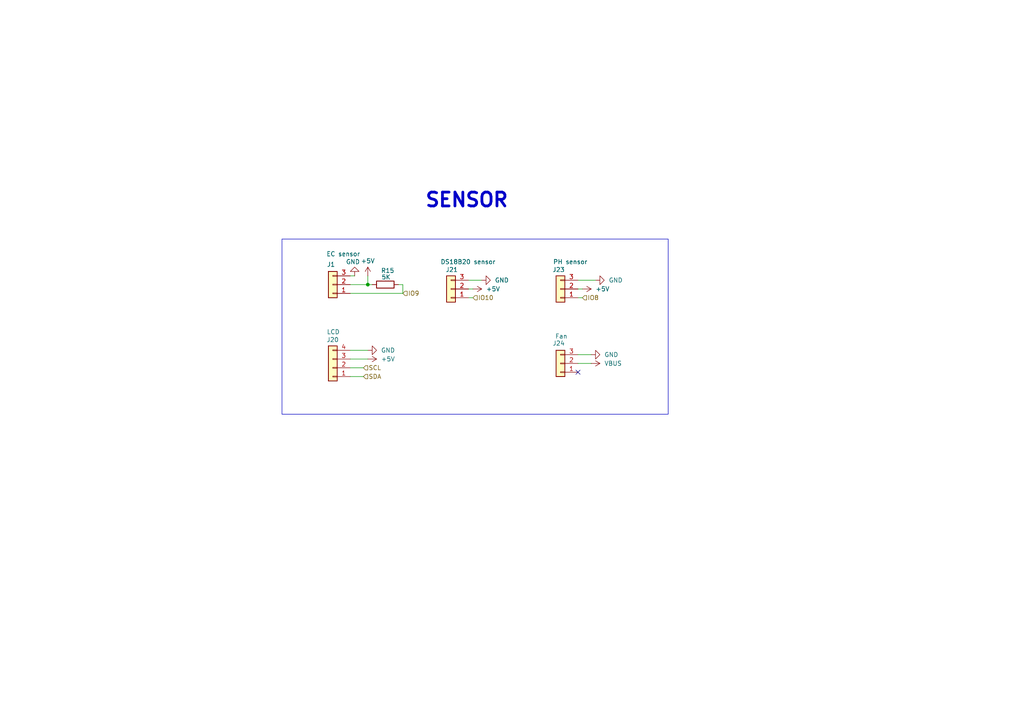
<source format=kicad_sch>
(kicad_sch (version 20231120) (generator "eeschema") (generator_version "8.0")
  (paper "A4")
  (lib_symbols
    (symbol "+5V_1" (power) (pin_numbers hide) (pin_names (offset 0) hide)
      (property "Value" "+5V" (at 0 3.556 0))
      (symbol "+5V_1_0_1"
        (polyline (pts (xy -0.762 1.27) (xy 0 2.54)))
        (polyline (pts (xy 0 0) (xy 0 2.54)))
        (polyline (pts (xy 0 2.54) (xy 0.762 1.27)))
      )
      (symbol "+5V_1_1_1"
        (pin power_in line (at 0 0 90) (length 0) (name "~") (number "1"))
      )
    )
    (symbol "Connector_Generic:Conn_01x03" (pin_names (offset 1.016) hide)
      (property "Reference" "J" (at 0 5.08 0))
      (property "Value" "Conn_01x03" (at 0 -5.08 0))
      (symbol "Conn_01x03_1_1"
        (rectangle (start -1.27 -2.413) (end 0 -2.667) (stroke (width 0.1524)))
        (rectangle (start -1.27 0.127) (end 0 -0.127) (stroke (width 0.1524)))
        (rectangle (start -1.27 2.667) (end 0 2.413) (stroke (width 0.1524)))
        (rectangle (start -1.27 3.81) (end 1.27 -3.81) (stroke (width 0.254)) (fill (type background)))
        (pin passive line (at -5.08 2.54 0) (length 3.81) (name "Pin_1") (number "1"))
        (pin passive line (at -5.08 0 0) (length 3.81) (name "Pin_2") (number "2"))
        (pin passive line (at -5.08 -2.54 0) (length 3.81) (name "Pin_3") (number "3"))
      )
    )
    (symbol "Connector_Generic:Conn_01x04" (pin_names (offset 1.016) hide)
      (property "Reference" "J" (at 0 5.08 0))
      (property "Value" "Conn_01x04" (at 0 -7.62 0))
      (symbol "Conn_01x04_1_1"
        (rectangle (start -1.27 -4.953) (end 0 -5.207) (stroke (width 0.1524)))
        (rectangle (start -1.27 -2.413) (end 0 -2.667) (stroke (width 0.1524)))
        (rectangle (start -1.27 0.127) (end 0 -0.127) (stroke (width 0.1524)))
        (rectangle (start -1.27 2.667) (end 0 2.413) (stroke (width 0.1524)))
        (rectangle (start -1.27 3.81) (end 1.27 -6.35) (stroke (width 0.254)) (fill (type background)))
        (pin passive line (at -5.08 2.54 0) (length 3.81) (name "Pin_1") (number "1"))
        (pin passive line (at -5.08 0 0) (length 3.81) (name "Pin_2") (number "2"))
        (pin passive line (at -5.08 -2.54 0) (length 3.81) (name "Pin_3") (number "3"))
        (pin passive line (at -5.08 -5.08 0) (length 3.81) (name "Pin_4") (number "4"))
      )
    )
    (symbol "Device:R" (pin_numbers hide) (pin_names (offset 0))
      (property "Reference" "R" (at 2.032 0 90))
      (property "Value" "R" (at 0 0 90))
      (symbol "R_0_1"
        (rectangle (start -1.016 -2.54) (end 1.016 2.54) (stroke (width 0.254)))
      )
      (symbol "R_1_1"
        (pin passive line (at 0 3.81 270) (length 1.27) (name "~") (number "1"))
        (pin passive line (at 0 -3.81 90) (length 1.27) (name "~") (number "2"))
      )
    )
    (symbol "power:+5V" (power) (pin_names (offset 0))
      (property "Value" "+5V" (at 0 3.556 0))
      (symbol "+5V_0_1"
        (polyline (pts (xy -0.762 1.27) (xy 0 2.54)))
        (polyline (pts (xy 0 0) (xy 0 2.54)))
        (polyline (pts (xy 0 2.54) (xy 0.762 1.27)))
      )
      (symbol "+5V_1_1"
        (pin power_in line (at 0 0 90) (length 0) hide (name "+5V") (number "1"))
      )
    )
    (symbol "power:GND" (power) (pin_numbers hide) (pin_names (offset 0) hide)
      (property "Value" "GND" (at 0 -3.81 0))
      (symbol "GND_0_1"
        (polyline (pts (xy 0 0) (xy 0 -1.27) (xy 1.27 -1.27) (xy 0 -2.54) (xy -1.27 -1.27) (xy 0 -1.27)))
      )
      (symbol "GND_1_1"
        (pin power_in line (at 0 0 270) (length 0) (name "~") (number "1"))
      )
    )
    (symbol "power:VBUS" (power) (pin_numbers hide) (pin_names (offset 0) hide)
      (property "Value" "VBUS" (at 0 3.556 0))
      (symbol "VBUS_0_1"
        (polyline (pts (xy -0.762 1.27) (xy 0 2.54)))
        (polyline (pts (xy 0 0) (xy 0 2.54)))
        (polyline (pts (xy 0 2.54) (xy 0.762 1.27)))
      )
      (symbol "VBUS_1_1"
        (pin power_in line (at 0 0 90) (length 0) (name "~") (number "1"))
      )
    )
  )
  (junction (at 106.68 82.55))
  (no_connect (at 167.64 107.95))
  (wire (pts (xy 101.6 80.01) (xy 102.87 80.01)))
  (wire (pts (xy 167.64 81.28) (xy 172.72 81.28)))
  (wire (pts (xy 168.91 86.36) (xy 167.64 86.36)))
  (wire (pts (xy 116.84 82.55) (xy 116.84 85.09)))
  (wire (pts (xy 167.64 105.41) (xy 171.45 105.41)))
  (wire (pts (xy 106.68 82.55) (xy 106.68 80.01)))
  (wire (pts (xy 168.91 83.82) (xy 167.64 83.82)))
  (wire (pts (xy 101.6 109.22) (xy 105.41 109.22)))
  (wire (pts (xy 101.6 104.14) (xy 106.68 104.14)))
  (wire (pts (xy 137.16 86.36) (xy 135.89 86.36)))
  (wire (pts (xy 101.6 85.09) (xy 116.84 85.09)))
  (wire (pts (xy 137.16 83.82) (xy 135.89 83.82)))
  (wire (pts (xy 101.6 101.6) (xy 106.68 101.6)))
  (wire (pts (xy 101.6 82.55) (xy 106.68 82.55)))
  (wire (pts (xy 106.68 82.55) (xy 107.95 82.55)))
  (wire (pts (xy 167.64 102.87) (xy 171.45 102.87)))
  (wire (pts (xy 135.89 81.28) (xy 139.7 81.28)))
  (wire (pts (xy 116.84 82.55) (xy 115.57 82.55)))
  (wire (pts (xy 101.6 106.68) (xy 105.41 106.68)))
  (rectangle (start 81.788 69.342) (end 193.802 120.142))
  (text "SENSOR" (at 135.382 58.166 0) (effects (font (size 4 4) (thickness 0.8) (bold yes))))
  (hierarchical_label "IO8" (shape input) (at 168.91 86.36 0))
  (hierarchical_label "IO9" (shape input) (at 116.84 85.09 0))
  (hierarchical_label "SCL" (shape input) (at 105.41 106.68 0))
  (hierarchical_label "SDA" (shape input) (at 105.41 109.22 0))
  (hierarchical_label "IO10" (shape input) (at 137.16 86.36 0))
  (symbol (lib_id "power:+5V") (at 137.16 83.82 270) (unit 1)
    (property "Reference" "#PWR064" (effects (hide yes)))
    (property "Value" "+5V" (at 140.97 83.82 90) (effects (justify left)))
  )
  (symbol (lib_id "Device:R") (at 111.76 82.55 270) (unit 1)
    (property "Reference" "R15" (at 110.49 78.486 90) (effects (justify left)))
    (property "Value" "5K" (at 110.617 80.3911 90) (effects (justify left)))
    (property "Footprint" "Resistor_SMD:R_0603_1608Metric" (effects (hide yes)))
    (property "Description" "Resistor" (effects (hide yes)))
  )
  (symbol (lib_id "power:+5V") (at 168.91 83.82 270) (unit 1)
    (property "Reference" "#PWR068" (effects (hide yes)))
    (property "Value" "+5V" (at 172.72 83.82 90) (effects (justify left)))
  )
  (symbol (lib_id "power:GND") (at 139.7 81.28 90) (unit 1)
    (property "Reference" "#PWR066" (effects (hide yes)))
    (property "Value" "GND" (at 143.51 81.2799 90) (effects (justify right)))
    (property "Description" "Power symbol creates a global label with name \"GND\" , ground" (effects (hide yes)))
  )
  (symbol (lib_id "Connector_Generic:Conn_01x03") (at 162.56 83.82 180) (unit 1)
    (property "Reference" "J23" (at 163.83 78.232 0) (effects (justify left)))
    (property "Value" "PH sensor" (at 170.434 75.946 0) (effects (justify left)))
    (property "Footprint" "Connector_JST:JST_XH_B3B-XH-A_1x03_P2.50mm_Vertical" (effects (hide yes)))
  )
  (symbol (lib_id "power:GND") (at 102.87 80.01 180) (unit 1)
    (property "Reference" "#PWR061" (effects (hide yes)))
    (property "Value" "GND" (at 102.362 75.946 0))
    (property "Description" "Power symbol creates a global label with name \"GND\" , ground" (effects (hide yes)))
  )
  (symbol (lib_id "power:GND") (at 171.45 102.87 90) (unit 1)
    (property "Reference" "#PWR069" (effects (hide yes)))
    (property "Value" "GND" (at 175.26 102.8699 90) (effects (justify right)))
    (property "Description" "Power symbol creates a global label with name \"GND\" , ground" (effects (hide yes)))
  )
  (symbol (lib_id "Connector_Generic:Conn_01x03") (at 162.56 105.41 180) (unit 1)
    (property "Reference" "J24" (at 162.052 99.568 0))
    (property "Value" "Fan" (at 162.814 97.536 0))
    (property "Footprint" "Connector_JST:JST_XH_B3B-XH-A_1x03_P2.50mm_Vertical" (effects (hide yes)))
  )
  (symbol (lib_id "Connector_Generic:Conn_01x03") (at 96.52 82.55 180) (unit 1)
    (property "Reference" "J1" (at 96.012 76.708 0))
    (property "Value" "EC sensor" (at 99.568 73.66 0))
    (property "Footprint" "Connector_JST:JST_XH_B3B-XH-A_1x03_P2.50mm_Vertical" (effects (hide yes)))
  )
  (symbol (lib_id "power:GND") (at 172.72 81.28 90) (unit 1)
    (property "Reference" "#PWR071" (effects (hide yes)))
    (property "Value" "GND" (at 176.53 81.2799 90) (effects (justify right)))
    (property "Description" "Power symbol creates a global label with name \"GND\" , ground" (effects (hide yes)))
  )
  (symbol (lib_id "Connector_Generic:Conn_01x03") (at 130.81 83.82 180) (unit 1)
    (property "Reference" "J21" (at 132.842 78.232 0) (effects (justify left)))
    (property "Value" "DS18B20 sensor" (at 143.764 75.946 0) (effects (justify left)))
    (property "Footprint" "Connector_JST:JST_XH_B3B-XH-A_1x03_P2.50mm_Vertical" (effects (hide yes)))
  )
  (symbol (lib_id "power:+5V") (at 106.68 104.14 270) (unit 1)
    (property "Reference" "#PWR063" (effects (hide yes)))
    (property "Value" "+5V" (at 110.49 104.14 90) (effects (justify left)))
  )
  (symbol (lib_id "Connector_Generic:Conn_01x04") (at 96.52 106.68 180) (unit 1)
    (property "Reference" "J20" (at 98.298 98.552 0) (effects (justify left)))
    (property "Value" "LCD" (at 98.552 96.266 0) (effects (justify left)))
    (property "Footprint" "Connector_JST:JST_XH_B4B-XH-A_1x04_P2.50mm_Vertical" (effects (hide yes)))
  )
  (symbol (lib_id "power:VBUS") (at 171.45 105.41 270) (unit 1)
    (property "Reference" "#PWR070" (effects (hide yes)))
    (property "Value" "VBUS" (at 175.26 105.4099 90) (effects (justify left)))
    (property "Description" "Power symbol creates a global label with name \"VBUS\"" (effects (hide yes)))
  )
  (symbol (lib_id "power:GND") (at 106.68 101.6 90) (unit 1)
    (property "Reference" "#PWR062" (effects (hide yes)))
    (property "Value" "GND" (at 110.49 101.5999 90) (effects (justify right)))
    (property "Description" "Power symbol creates a global label with name \"GND\" , ground" (effects (hide yes)))
  )
  (symbol (lib_name "+5V_1") (lib_id "power:+5V") (at 106.68 80.01 0) (unit 1)
    (property "Reference" "#PWR060" (effects (hide yes)))
    (property "Value" "+5V" (at 106.68 75.692 0))
    (property "Description" "Power symbol creates a global label with name \"+5V\"" (effects (hide yes)))
  )
)
</source>
